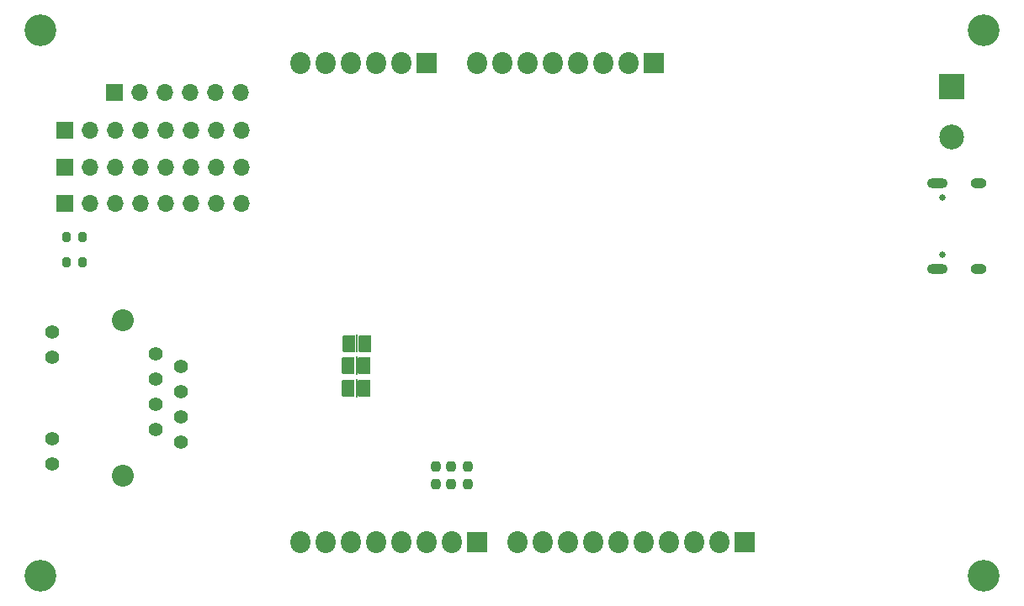
<source format=gbr>
%TF.GenerationSoftware,KiCad,Pcbnew,9.0.1*%
%TF.CreationDate,2025-04-25T09:38:52-03:00*%
%TF.ProjectId,A-NET,412d4e45-542e-46b6-9963-61645f706362,rev?*%
%TF.SameCoordinates,Original*%
%TF.FileFunction,Soldermask,Bot*%
%TF.FilePolarity,Negative*%
%FSLAX46Y46*%
G04 Gerber Fmt 4.6, Leading zero omitted, Abs format (unit mm)*
G04 Created by KiCad (PCBNEW 9.0.1) date 2025-04-25 09:38:52*
%MOMM*%
%LPD*%
G01*
G04 APERTURE LIST*
G04 Aperture macros list*
%AMRoundRect*
0 Rectangle with rounded corners*
0 $1 Rounding radius*
0 $2 $3 $4 $5 $6 $7 $8 $9 X,Y pos of 4 corners*
0 Add a 4 corners polygon primitive as box body*
4,1,4,$2,$3,$4,$5,$6,$7,$8,$9,$2,$3,0*
0 Add four circle primitives for the rounded corners*
1,1,$1+$1,$2,$3*
1,1,$1+$1,$4,$5*
1,1,$1+$1,$6,$7*
1,1,$1+$1,$8,$9*
0 Add four rect primitives between the rounded corners*
20,1,$1+$1,$2,$3,$4,$5,0*
20,1,$1+$1,$4,$5,$6,$7,0*
20,1,$1+$1,$6,$7,$8,$9,0*
20,1,$1+$1,$8,$9,$2,$3,0*%
G04 Aperture macros list end*
%ADD10C,0.000000*%
%ADD11R,1.700000X1.700000*%
%ADD12O,1.700000X1.700000*%
%ADD13C,1.397000*%
%ADD14C,2.209800*%
%ADD15C,3.200000*%
%ADD16R,2.500000X2.500000*%
%ADD17C,2.500000*%
%ADD18RoundRect,0.050800X-0.584200X-0.800100X0.584200X-0.800100X0.584200X0.800100X-0.584200X0.800100X0*%
%ADD19C,0.650000*%
%ADD20O,2.100000X1.000000*%
%ADD21O,1.600000X1.000000*%
%ADD22RoundRect,0.237500X0.237500X-0.250000X0.237500X0.250000X-0.237500X0.250000X-0.237500X-0.250000X0*%
%ADD23R,2.000000X2.000000*%
%ADD24O,2.000000X2.200000*%
%ADD25RoundRect,0.200000X-0.200000X-0.275000X0.200000X-0.275000X0.200000X0.275000X-0.200000X0.275000X0*%
G04 APERTURE END LIST*
D10*
%TO.C,SJ1*%
G36*
X129980970Y-113596400D02*
G01*
X129828570Y-113596400D01*
X129828570Y-111767600D01*
X129980970Y-111767600D01*
X129980970Y-113596400D01*
G37*
%TO.C,SJ3*%
G36*
X130006972Y-109067398D02*
G01*
X129854572Y-109067398D01*
X129854572Y-107238598D01*
X130006972Y-107238598D01*
X130006972Y-109067398D01*
G37*
%TO.C,SJ2*%
G36*
X129976575Y-111316400D02*
G01*
X129824175Y-111316400D01*
X129824175Y-109487600D01*
X129976575Y-109487600D01*
X129976575Y-111316400D01*
G37*
%TD*%
D11*
%TO.C,J10*%
X100500000Y-86675000D03*
D12*
X103040000Y-86675000D03*
X105580000Y-86675000D03*
X108120000Y-86675000D03*
X110660000Y-86675000D03*
X113200000Y-86675000D03*
X115740000Y-86675000D03*
X118280000Y-86675000D03*
%TD*%
D11*
%TO.C,J9*%
X100500000Y-90400000D03*
D12*
X103040000Y-90400000D03*
X105580000Y-90400000D03*
X108120000Y-90400000D03*
X110660000Y-90400000D03*
X113200000Y-90400000D03*
X115740000Y-90400000D03*
X118280000Y-90400000D03*
%TD*%
D13*
%TO.C,J3*%
X109675000Y-109205000D03*
X112215000Y-110475000D03*
X109675000Y-111745000D03*
X112215000Y-113015000D03*
X109675000Y-114285000D03*
X112215000Y-115555000D03*
X109675000Y-116825000D03*
X112215000Y-118095000D03*
X99265000Y-106974999D03*
X99265064Y-109514999D03*
X99265064Y-117785001D03*
X99265000Y-120325001D03*
D14*
X106374999Y-105800000D03*
X106374999Y-121500000D03*
%TD*%
D15*
%TO.C,MH2*%
X192984768Y-76624067D03*
%TD*%
%TO.C,MH3*%
X98064968Y-131533787D03*
%TD*%
%TO.C,MH1*%
X192984768Y-131543947D03*
%TD*%
D16*
%TO.C,J1*%
X189780000Y-82270000D03*
D17*
X189780000Y-87350000D03*
%TD*%
D18*
%TO.C,SJ1*%
X129103770Y-112682000D03*
X130703770Y-112670000D03*
%TD*%
D19*
%TO.C,J2*%
X188843770Y-99230000D03*
X188843770Y-93450000D03*
D20*
X188313770Y-100660000D03*
D21*
X192493770Y-100660000D03*
D20*
X188313770Y-92020000D03*
D21*
X192493770Y-92020000D03*
%TD*%
D15*
%TO.C,MH4*%
X98064968Y-76624067D03*
%TD*%
D18*
%TO.C,SJ3*%
X129129772Y-108152998D03*
X130729772Y-108140998D03*
%TD*%
%TO.C,SJ2*%
X129099375Y-110402000D03*
X130699375Y-110390000D03*
%TD*%
D11*
%TO.C,J11*%
X105520000Y-82900000D03*
D12*
X108060000Y-82900000D03*
X110600000Y-82900000D03*
X113140000Y-82900000D03*
X115680000Y-82900000D03*
X118220000Y-82900000D03*
%TD*%
D11*
%TO.C,J8*%
X100500000Y-94075000D03*
D12*
X103040000Y-94075000D03*
X105580000Y-94075000D03*
X108120000Y-94075000D03*
X110660000Y-94075000D03*
X113200000Y-94075000D03*
X115740000Y-94075000D03*
X118280000Y-94075000D03*
%TD*%
D22*
%TO.C,R13*%
X137850000Y-122362500D03*
X137850000Y-120537500D03*
%TD*%
D23*
%TO.C,J5*%
X136906648Y-79903207D03*
D24*
X134366648Y-79903207D03*
X131826648Y-79903207D03*
X129286648Y-79903207D03*
X126746648Y-79903207D03*
X124206648Y-79903207D03*
%TD*%
D23*
%TO.C,J4*%
X159766648Y-79903207D03*
D24*
X157226648Y-79903207D03*
X154686648Y-79903207D03*
X152146648Y-79903207D03*
X149606648Y-79903207D03*
X147066648Y-79903207D03*
X144526648Y-79903207D03*
X141986648Y-79903207D03*
%TD*%
D22*
%TO.C,R14*%
X139400000Y-122362500D03*
X139400000Y-120537500D03*
%TD*%
D23*
%TO.C,J7*%
X141986648Y-128163207D03*
D24*
X139446648Y-128163207D03*
X136906648Y-128163207D03*
X134366648Y-128163207D03*
X131826648Y-128163207D03*
X129286648Y-128163207D03*
X126746648Y-128163207D03*
X124206648Y-128163207D03*
%TD*%
D25*
%TO.C,R18*%
X100698800Y-99999800D03*
X102348800Y-99999800D03*
%TD*%
D22*
%TO.C,R12*%
X141050000Y-122362500D03*
X141050000Y-120537500D03*
%TD*%
D25*
%TO.C,R19*%
X100698800Y-97409000D03*
X102348800Y-97409000D03*
%TD*%
D23*
%TO.C,J6*%
X168910648Y-128163207D03*
D24*
X166370648Y-128163207D03*
X163830648Y-128163207D03*
X161290648Y-128163207D03*
X158750648Y-128163207D03*
X156210648Y-128163207D03*
X153670648Y-128163207D03*
X151130648Y-128163207D03*
X148590648Y-128163207D03*
X146050648Y-128163207D03*
%TD*%
M02*

</source>
